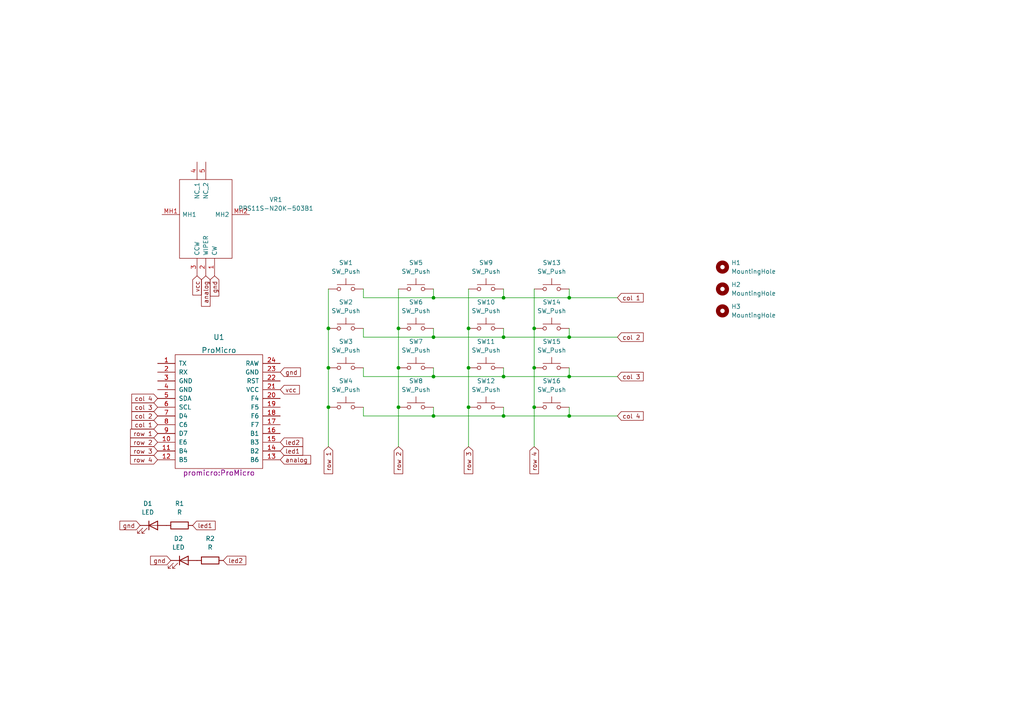
<source format=kicad_sch>
(kicad_sch (version 20211123) (generator eeschema)
  (paper "A4")
  (lib_symbols
    (symbol "Device:LED" (pin_numbers hide) (pin_names (offset 1.016) hide)
      (property "Reference" "D" (at 0 2.54 0))
      (property "Value" "LED" (at 0 -2.54 0))
      (symbol "LED_0_1"
        (polyline (pts (xy -1.27 -1.27) (xy -1.27 1.27)) (stroke (width 0.254)))
        (polyline (pts (xy -1.27 0) (xy 1.27 0)))
        (polyline (pts (xy 1.27 -1.27) (xy 1.27 1.27) (xy -1.27 0) (xy 1.27 -1.27)) (stroke (width 0.254)))
        (polyline (pts (xy -3.048 -0.762) (xy -4.572 -2.286) (xy -3.81 -2.286) (xy -4.572 -2.286) (xy -4.572 -1.524)))
        (polyline (pts (xy -1.778 -0.762) (xy -3.302 -2.286) (xy -2.54 -2.286) (xy -3.302 -2.286) (xy -3.302 -1.524)))
      )
      (symbol "LED_1_1"
        (pin passive line (at -3.81 0 0) (length 2.54) (name "K") (number "1"))
        (pin passive line (at 3.81 0 180) (length 2.54) (name "A") (number "2"))
      )
    )
    (symbol "Device:R" (pin_numbers hide) (pin_names (offset 0))
      (property "Reference" "R" (at 2.032 0 90))
      (property "Value" "R" (at 0 0 90))
      (symbol "R_0_1"
        (rectangle (start -1.016 -2.54) (end 1.016 2.54) (stroke (width 0.254)))
      )
      (symbol "R_1_1"
        (pin passive line (at 0 3.81 270) (length 1.27) (name "~") (number "1"))
        (pin passive line (at 0 -3.81 90) (length 1.27) (name "~") (number "2"))
      )
    )
    (symbol "Mechanical:MountingHole" (pin_names (offset 1.016))
      (property "Reference" "H" (at 0 5.08 0))
      (property "Value" "MountingHole" (at 0 3.175 0))
      (symbol "MountingHole_0_1"
        (circle (center 0 0) (radius 1.27) (stroke (width 1.27)))
      )
    )
    (symbol "Switch:SW_Push" (pin_numbers hide) (pin_names (offset 1.016) hide)
      (property "Reference" "SW" (at 1.27 2.54 0))
      (property "Value" "SW_Push" (at 0 -1.524 0))
      (symbol "SW_Push_0_1"
        (circle (center -2.032 0) (radius 0.508))
        (polyline (pts (xy 0 1.27) (xy 0 3.048)))
        (polyline (pts (xy 2.54 1.27) (xy -2.54 1.27)))
        (circle (center 2.032 0) (radius 0.508))
        (pin passive line (at -5.08 0 0) (length 2.54) (name "1") (number "1"))
        (pin passive line (at 5.08 0 180) (length 2.54) (name "2") (number "2"))
      )
    )
    (symbol "pot 10k:PRS11S-N20K-503B1" (pin_names (offset 0.762))
      (property "Reference" "VR" (at 21.59 15.24 0))
      (property "Value" "PRS11S-N20K-503B1" (at 21.59 12.7 0))
      (symbol "PRS11S-N20K-503B1_0_0"
        (pin passive line (at 15.24 -17.78 90) (length 5.08) (name "CW") (number "1"))
        (pin passive line (at 12.7 -17.78 90) (length 5.08) (name "WIPER") (number "2"))
        (pin passive line (at 10.16 -17.78 90) (length 5.08) (name "CCW") (number "3"))
        (pin passive line (at 10.16 15.24 270) (length 5.08) (name "NC_1") (number "4"))
        (pin passive line (at 12.7 15.24 270) (length 5.08) (name "NC_2") (number "5"))
        (pin passive line (at 0 0 0) (length 5.08) (name "MH1") (number "MH1"))
        (pin passive line (at 25.4 0 180) (length 5.08) (name "MH2") (number "MH2"))
      )
      (symbol "PRS11S-N20K-503B1_0_1"
        (polyline (pts (xy 5.08 10.16) (xy 20.32 10.16) (xy 20.32 -12.7) (xy 5.08 -12.7) (xy 5.08 10.16)) (stroke (width 0.1524)))
      )
    )
    (symbol "promicro:ProMicro" (pin_names (offset 1.016))
      (property "Reference" "U" (at 0 24.13 0))
      (property "Value" "ProMicro" (at 0 -13.97 0))
      (symbol "ProMicro_0_1"
        (rectangle (start -12.7 21.59) (end 12.7 -11.43))
      )
      (symbol "ProMicro_1_1"
        (pin bidirectional line (at -17.78 19.05 0) (length 5.08) (name "TX") (number "1"))
        (pin bidirectional line (at -17.78 -3.81 0) (length 5.08) (name "E6") (number "10"))
        (pin bidirectional line (at -17.78 -6.35 0) (length 5.08) (name "B4") (number "11"))
        (pin bidirectional line (at -17.78 -8.89 0) (length 5.08) (name "B5") (number "12"))
        (pin bidirectional line (at 17.78 -8.89 180) (length 5.08) (name "B6") (number "13"))
        (pin bidirectional line (at 17.78 -6.35 180) (length 5.08) (name "B2") (number "14"))
        (pin bidirectional line (at 17.78 -3.81 180) (length 5.08) (name "B3") (number "15"))
        (pin bidirectional line (at 17.78 -1.27 180) (length 5.08) (name "B1") (number "16"))
        (pin bidirectional line (at 17.78 1.27 180) (length 5.08) (name "F7") (number "17"))
        (pin bidirectional line (at 17.78 3.81 180) (length 5.08) (name "F6") (number "18"))
        (pin bidirectional line (at 17.78 6.35 180) (length 5.08) (name "F5") (number "19"))
        (pin bidirectional line (at -17.78 16.51 0) (length 5.08) (name "RX") (number "2"))
        (pin bidirectional line (at 17.78 8.89 180) (length 5.08) (name "F4") (number "20"))
        (pin power_in line (at 17.78 11.43 180) (length 5.08) (name "VCC") (number "21"))
        (pin input line (at 17.78 13.97 180) (length 5.08) (name "RST") (number "22"))
        (pin power_in line (at 17.78 16.51 180) (length 5.08) (name "GND") (number "23"))
        (pin power_out line (at 17.78 19.05 180) (length 5.08) (name "RAW") (number "24"))
        (pin power_in line (at -17.78 13.97 0) (length 5.08) (name "GND") (number "3"))
        (pin power_in line (at -17.78 11.43 0) (length 5.08) (name "GND") (number "4"))
        (pin bidirectional line (at -17.78 8.89 0) (length 5.08) (name "SDA") (number "5"))
        (pin bidirectional line (at -17.78 6.35 0) (length 5.08) (name "SCL") (number "6"))
        (pin bidirectional line (at -17.78 3.81 0) (length 5.08) (name "D4") (number "7"))
        (pin bidirectional line (at -17.78 1.27 0) (length 5.08) (name "C6") (number "8"))
        (pin bidirectional line (at -17.78 -1.27 0) (length 5.08) (name "D7") (number "9"))
      )
    )
  )
  (junction (at 125.73 86.36))
  (junction (at 146.05 86.36))
  (junction (at 115.57 95.25))
  (junction (at 165.1 86.36))
  (junction (at 95.25 118.11))
  (junction (at 135.89 95.25))
  (junction (at 146.05 97.79))
  (junction (at 115.57 118.11))
  (junction (at 146.05 109.22))
  (junction (at 154.94 95.25))
  (junction (at 95.25 106.68))
  (junction (at 125.73 97.79))
  (junction (at 135.89 106.68))
  (junction (at 95.25 95.25))
  (junction (at 165.1 97.79))
  (junction (at 165.1 109.22))
  (junction (at 146.05 120.65))
  (junction (at 165.1 120.65))
  (junction (at 125.73 120.65))
  (junction (at 115.57 106.68))
  (junction (at 135.89 118.11))
  (junction (at 154.94 106.68))
  (junction (at 154.94 118.11))
  (junction (at 125.73 109.22))
  (wire (pts (xy 135.89 106.68) (xy 135.89 118.11)))
  (wire (pts (xy 135.89 95.25) (xy 135.89 106.68)))
  (wire (pts (xy 146.05 97.79) (xy 165.1 97.79)))
  (wire (pts (xy 115.57 95.25) (xy 115.57 106.68)))
  (wire (pts (xy 165.1 83.82) (xy 165.1 86.36)))
  (wire (pts (xy 125.73 97.79) (xy 125.73 95.25)))
  (wire (pts (xy 165.1 86.36) (xy 179.07 86.36)))
  (wire (pts (xy 146.05 109.22) (xy 165.1 109.22)))
  (wire (pts (xy 154.94 83.82) (xy 154.94 95.25)))
  (wire (pts (xy 165.1 97.79) (xy 179.07 97.79)))
  (wire (pts (xy 105.41 97.79) (xy 125.73 97.79)))
  (wire (pts (xy 115.57 106.68) (xy 115.57 118.11)))
  (wire (pts (xy 146.05 86.36) (xy 165.1 86.36)))
  (wire (pts (xy 115.57 118.11) (xy 115.57 129.54)))
  (wire (pts (xy 95.25 83.82) (xy 95.25 95.25)))
  (wire (pts (xy 146.05 120.65) (xy 165.1 120.65)))
  (wire (pts (xy 95.25 118.11) (xy 95.25 129.54)))
  (wire (pts (xy 165.1 120.65) (xy 179.07 120.65)))
  (wire (pts (xy 165.1 109.22) (xy 179.07 109.22)))
  (wire (pts (xy 154.94 95.25) (xy 154.94 106.68)))
  (wire (pts (xy 105.41 120.65) (xy 125.73 120.65)))
  (wire (pts (xy 125.73 120.65) (xy 125.73 118.11)))
  (wire (pts (xy 146.05 95.25) (xy 146.05 97.79)))
  (wire (pts (xy 105.41 95.25) (xy 105.41 97.79)))
  (wire (pts (xy 125.73 120.65) (xy 146.05 120.65)))
  (wire (pts (xy 165.1 118.11) (xy 165.1 120.65)))
  (wire (pts (xy 135.89 118.11) (xy 135.89 129.54)))
  (wire (pts (xy 154.94 118.11) (xy 154.94 129.54)))
  (wire (pts (xy 105.41 86.36) (xy 125.73 86.36)))
  (wire (pts (xy 105.41 106.68) (xy 105.41 109.22)))
  (wire (pts (xy 125.73 86.36) (xy 125.73 83.82)))
  (wire (pts (xy 125.73 86.36) (xy 146.05 86.36)))
  (wire (pts (xy 125.73 109.22) (xy 146.05 109.22)))
  (wire (pts (xy 146.05 83.82) (xy 146.05 86.36)))
  (wire (pts (xy 146.05 118.11) (xy 146.05 120.65)))
  (wire (pts (xy 105.41 83.82) (xy 105.41 86.36)))
  (wire (pts (xy 165.1 106.68) (xy 165.1 109.22)))
  (wire (pts (xy 165.1 95.25) (xy 165.1 97.79)))
  (wire (pts (xy 125.73 109.22) (xy 125.73 106.68)))
  (wire (pts (xy 146.05 106.68) (xy 146.05 109.22)))
  (wire (pts (xy 125.73 97.79) (xy 146.05 97.79)))
  (wire (pts (xy 154.94 106.68) (xy 154.94 118.11)))
  (wire (pts (xy 105.41 109.22) (xy 125.73 109.22)))
  (wire (pts (xy 115.57 83.82) (xy 115.57 95.25)))
  (wire (pts (xy 95.25 95.25) (xy 95.25 106.68)))
  (wire (pts (xy 135.89 83.82) (xy 135.89 95.25)))
  (wire (pts (xy 105.41 118.11) (xy 105.41 120.65)))
  (wire (pts (xy 95.25 106.68) (xy 95.25 118.11)))
  (global_label "row 4" (shape input) (at 45.72 133.35 180) (property "Intersheet References" "${INTERSHEET_REFS}" (effects hide)))
  (global_label "gnd" (shape input) (at 81.28 107.95 0) (property "Intersheet References" "${INTERSHEET_REFS}" (effects hide)))
  (global_label "vcc" (shape input) (at 81.28 113.03 0) (property "Intersheet References" "${INTERSHEET_REFS}" (effects hide)))
  (global_label "col 2" (shape input) (at 179.07 97.79 0) (property "Intersheet References" "${INTERSHEET_REFS}" (effects hide)))
  (global_label "row 2" (shape input) (at 45.72 128.27 180) (property "Intersheet References" "${INTERSHEET_REFS}" (effects hide)))
  (global_label "col 3" (shape input) (at 179.07 109.22 0) (property "Intersheet References" "${INTERSHEET_REFS}" (effects hide)))
  (global_label "row 3" (shape input) (at 135.89 129.54 270) (property "Intersheet References" "${INTERSHEET_REFS}" (effects hide)))
  (global_label "col 3" (shape input) (at 45.72 118.11 180) (property "Intersheet References" "${INTERSHEET_REFS}" (effects hide)))
  (global_label "row 1" (shape input) (at 45.72 125.73 180) (property "Intersheet References" "${INTERSHEET_REFS}" (effects hide)))
  (global_label "led1" (shape input) (at 55.88 152.4 0) (property "Intersheet References" "${INTERSHEET_REFS}" (effects hide)))
  (global_label "col 4" (shape input) (at 179.07 120.65 0) (property "Intersheet References" "${INTERSHEET_REFS}" (effects hide)))
  (global_label "led2" (shape input) (at 81.28 128.27 0) (property "Intersheet References" "${INTERSHEET_REFS}" (effects hide)))
  (global_label "col 2" (shape input) (at 45.72 120.65 180) (property "Intersheet References" "${INTERSHEET_REFS}" (effects hide)))
  (global_label "vcc" (shape input) (at 57.15 80.01 270) (property "Intersheet References" "${INTERSHEET_REFS}" (effects hide)))
  (global_label "led1" (shape input) (at 81.28 130.81 0) (property "Intersheet References" "${INTERSHEET_REFS}" (effects hide)))
  (global_label "gnd" (shape input) (at 62.23 80.01 270) (property "Intersheet References" "${INTERSHEET_REFS}" (effects hide)))
  (global_label "row 3" (shape input) (at 45.72 130.81 180) (property "Intersheet References" "${INTERSHEET_REFS}" (effects hide)))
  (global_label "col 4" (shape input) (at 45.72 115.57 180) (property "Intersheet References" "${INTERSHEET_REFS}" (effects hide)))
  (global_label "analog" (shape input) (at 81.28 133.35 0) (property "Intersheet References" "${INTERSHEET_REFS}" (effects hide)))
  (global_label "row 1" (shape input) (at 95.25 129.54 270) (property "Intersheet References" "${INTERSHEET_REFS}" (effects hide)))
  (global_label "col 1" (shape input) (at 45.72 123.19 180) (property "Intersheet References" "${INTERSHEET_REFS}" (effects hide)))
  (global_label "col 1" (shape input) (at 179.07 86.36 0) (property "Intersheet References" "${INTERSHEET_REFS}" (effects hide)))
  (global_label "row 2" (shape input) (at 115.57 129.54 270) (property "Intersheet References" "${INTERSHEET_REFS}" (effects hide)))
  (global_label "led2" (shape input) (at 64.77 162.56 0) (property "Intersheet References" "${INTERSHEET_REFS}" (effects hide)))
  (global_label "gnd" (shape input) (at 49.53 162.56 180) (property "Intersheet References" "${INTERSHEET_REFS}" (effects hide)))
  (global_label "gnd" (shape input) (at 40.64 152.4 180) (property "Intersheet References" "${INTERSHEET_REFS}" (effects hide)))
  (global_label "row 4" (shape input) (at 154.94 129.54 270) (property "Intersheet References" "${INTERSHEET_REFS}" (effects hide)))
  (global_label "analog" (shape input) (at 59.69 80.01 270) (property "Intersheet References" "${INTERSHEET_REFS}" (effects hide)))
  (symbol (lib_id "Switch:SW_Push") (at 120.65 83.82 0) (unit 1)
    (property "Reference" "SW5" (at 120.65 76.2 0))
    (property "Value" "SW_Push" (at 120.65 78.74 0))
    (property "Footprint" "Button_Switch_Keyboard:SW_Cherry_MX_1.00u_PCB" (effects hide))
  )
  (symbol (lib_id "Switch:SW_Push") (at 140.97 106.68 0) (unit 1)
    (property "Reference" "SW11" (at 140.97 99.06 0))
    (property "Value" "SW_Push" (at 140.97 101.6 0))
    (property "Footprint" "Button_Switch_Keyboard:SW_Cherry_MX_1.00u_PCB" (effects hide))
  )
  (symbol (lib_id "Device:LED") (at 53.34 162.56 0) (unit 1)
    (property "Reference" "D2" (at 51.7525 156.21 0))
    (property "Value" "LED" (at 51.7525 158.75 0))
    (property "Footprint" "LED_SMD:LED_0805_2012Metric_Pad1.15x1.40mm_HandSolder" (effects hide))
  )
  (symbol (lib_id "Switch:SW_Push") (at 160.02 118.11 0) (unit 1)
    (property "Reference" "SW16" (at 160.02 110.49 0))
    (property "Value" "SW_Push" (at 160.02 113.03 0))
    (property "Footprint" "Button_Switch_Keyboard:SW_Cherry_MX_1.00u_PCB" (effects hide))
  )
  (symbol (lib_id "Device:R") (at 52.07 152.4 90) (unit 1)
    (property "Reference" "R1" (at 52.07 146.05 90))
    (property "Value" "R" (at 52.07 148.59 90))
    (property "Footprint" "Resistor_SMD:R_0805_2012Metric_Pad1.20x1.40mm_HandSolder" (effects hide))
  )
  (symbol (lib_id "pot 10k:PRS11S-N20K-503B1") (at 46.99 62.23 0) (unit 1)
    (property "Reference" "VR1" (at 80.01 57.8993 0))
    (property "Value" "PRS11S-N20K-503B1" (at 80.01 60.4393 0))
    (property "Footprint" "PRS11SN20K503B1" (effects hide))
    (property "Datasheet" "https://datasheet.datasheetarchive.com/originals/distributors/Datasheets-DGA18/377764.pdf" (effects hide))
    (property "Description" "Res Carbon Film POT 50K Ohm 20% 0.05W(1/20W) 1(Elec)/1(Mech)Turn 6mm (11.7 X 18.5 X 21.4mm) Gull Wing SMD Tube" (effects hide))
    (property "Height" "20" (effects hide))
    (property "Manufacturer_Name" "Bourns" (effects hide))
    (property "Manufacturer_Part_Number" "PRS11S-N20K-503B1" (effects hide))
    (property "Mouser Part Number" "652-PRS11SN20K503B1" (effects hide))
    (property "Mouser Price/Stock" "https://www.mouser.co.uk/ProductDetail/Bourns/PRS11S-N20K-503B1?qs=oyIm%2F3giSj7e0w1FE%2Fm4iA%3D%3D" (effects hide))
    (property "Arrow Part Number" "PRS11S-N20K-503B1" (effects hide))
    (property "Arrow Price/Stock" "https://www.arrow.com/en/products/prs11s-n20k-503b1/bourns" (effects hide))
  )
  (symbol (lib_id "Switch:SW_Push") (at 160.02 106.68 0) (unit 1)
    (property "Reference" "SW15" (at 160.02 99.06 0))
    (property "Value" "SW_Push" (at 160.02 101.6 0))
    (property "Footprint" "Button_Switch_Keyboard:SW_Cherry_MX_1.00u_PCB" (effects hide))
  )
  (symbol (lib_id "Switch:SW_Push") (at 120.65 95.25 0) (unit 1)
    (property "Reference" "SW6" (at 120.65 87.63 0))
    (property "Value" "SW_Push" (at 120.65 90.17 0))
    (property "Footprint" "Button_Switch_Keyboard:SW_Cherry_MX_1.00u_PCB" (effects hide))
  )
  (symbol (lib_id "Switch:SW_Push") (at 140.97 83.82 0) (unit 1)
    (property "Reference" "SW9" (at 140.97 76.2 0))
    (property "Value" "SW_Push" (at 140.97 78.74 0))
    (property "Footprint" "Button_Switch_Keyboard:SW_Cherry_MX_1.00u_PCB" (effects hide))
  )
  (symbol (lib_id "Switch:SW_Push") (at 100.33 118.11 0) (unit 1)
    (property "Reference" "SW4" (at 100.33 110.49 0))
    (property "Value" "SW_Push" (at 100.33 113.03 0))
    (property "Footprint" "Button_Switch_Keyboard:SW_Cherry_MX_1.00u_PCB" (effects hide))
  )
  (symbol (lib_id "Mechanical:MountingHole") (at 209.55 77.47 0) (unit 1)
    (property "Reference" "H1" (at 212.09 76.1999 0) (effects (justify left)))
    (property "Value" "MountingHole" (at 212.09 78.7399 0) (effects (justify left)))
    (property "Footprint" "MountingHole:MountingHole_2.7mm" (effects hide))
  )
  (symbol (lib_id "Device:LED") (at 44.45 152.4 0) (unit 1)
    (property "Reference" "D1" (at 42.8625 146.05 0))
    (property "Value" "LED" (at 42.8625 148.59 0))
    (property "Footprint" "LED_SMD:LED_0805_2012Metric_Pad1.15x1.40mm_HandSolder" (effects hide))
  )
  (symbol (lib_id "Switch:SW_Push") (at 120.65 118.11 0) (unit 1)
    (property "Reference" "SW8" (at 120.65 110.49 0))
    (property "Value" "SW_Push" (at 120.65 113.03 0))
    (property "Footprint" "Button_Switch_Keyboard:SW_Cherry_MX_1.00u_PCB" (effects hide))
  )
  (symbol (lib_id "Switch:SW_Push") (at 140.97 95.25 0) (unit 1)
    (property "Reference" "SW10" (at 140.97 87.63 0))
    (property "Value" "SW_Push" (at 140.97 90.17 0))
    (property "Footprint" "Button_Switch_Keyboard:SW_Cherry_MX_1.00u_PCB" (effects hide))
  )
  (symbol (lib_id "Switch:SW_Push") (at 120.65 106.68 0) (unit 1)
    (property "Reference" "SW7" (at 120.65 99.06 0))
    (property "Value" "SW_Push" (at 120.65 101.6 0))
    (property "Footprint" "Button_Switch_Keyboard:SW_Cherry_MX_1.00u_PCB" (effects hide))
  )
  (symbol (lib_id "Switch:SW_Push") (at 160.02 83.82 0) (unit 1)
    (property "Reference" "SW13" (at 160.02 76.2 0))
    (property "Value" "SW_Push" (at 160.02 78.74 0))
    (property "Footprint" "Button_Switch_Keyboard:SW_Cherry_MX_1.00u_PCB" (effects hide))
  )
  (symbol (lib_id "Switch:SW_Push") (at 100.33 95.25 0) (unit 1)
    (property "Reference" "SW2" (at 100.33 87.63 0))
    (property "Value" "SW_Push" (at 100.33 90.17 0))
    (property "Footprint" "Button_Switch_Keyboard:SW_Cherry_MX_1.00u_PCB" (effects hide))
  )
  (symbol (lib_id "Mechanical:MountingHole") (at 209.55 83.82 0) (unit 1)
    (property "Reference" "H2" (at 212.09 82.5499 0) (effects (justify left)))
    (property "Value" "MountingHole" (at 212.09 85.0899 0) (effects (justify left)))
    (property "Footprint" "MountingHole:MountingHole_2.7mm" (effects hide))
  )
  (symbol (lib_id "promicro:ProMicro") (at 63.5 124.46 0) (unit 1)
    (property "Reference" "U1" (at 63.5 97.79 0) (effects (font (size 1.524 1.524))))
    (property "Value" "ProMicro" (at 63.5 101.6 0) (effects (font (size 1.524 1.524))))
    (property "Footprint" "promicro:ProMicro" (at 63.5 137.16 0) (effects (font (size 1.524 1.524))))
  )
  (symbol (lib_id "Switch:SW_Push") (at 100.33 83.82 0) (unit 1)
    (property "Reference" "SW1" (at 100.33 76.2 0))
    (property "Value" "SW_Push" (at 100.33 78.74 0))
    (property "Footprint" "Button_Switch_Keyboard:SW_Cherry_MX_1.00u_PCB" (effects hide))
  )
  (symbol (lib_id "Switch:SW_Push") (at 160.02 95.25 0) (unit 1)
    (property "Reference" "SW14" (at 160.02 87.63 0))
    (property "Value" "SW_Push" (at 160.02 90.17 0))
    (property "Footprint" "Button_Switch_Keyboard:SW_Cherry_MX_1.00u_PCB" (effects hide))
  )
  (symbol (lib_id "Device:R") (at 60.96 162.56 90) (unit 1)
    (property "Reference" "R2" (at 60.96 156.21 90))
    (property "Value" "R" (at 60.96 158.75 90))
    (property "Footprint" "Resistor_SMD:R_0805_2012Metric_Pad1.20x1.40mm_HandSolder" (effects hide))
  )
  (symbol (lib_id "Switch:SW_Push") (at 100.33 106.68 0) (unit 1)
    (property "Reference" "SW3" (at 100.33 99.06 0))
    (property "Value" "SW_Push" (at 100.33 101.6 0))
    (property "Footprint" "Button_Switch_Keyboard:SW_Cherry_MX_1.00u_PCB" (effects hide))
  )
  (symbol (lib_id "Mechanical:MountingHole") (at 209.55 90.17 0) (unit 1)
    (property "Reference" "H3" (at 212.09 88.8999 0) (effects (justify left)))
    (property "Value" "MountingHole" (at 212.09 91.4399 0) (effects (justify left)))
    (property "Footprint" "MountingHole:MountingHole_2.7mm" (effects hide))
  )
  (symbol (lib_id "Switch:SW_Push") (at 140.97 118.11 0) (unit 1)
    (property "Reference" "SW12" (at 140.97 110.49 0))
    (property "Value" "SW_Push" (at 140.97 113.03 0))
    (property "Footprint" "Button_Switch_Keyboard:SW_Cherry_MX_1.00u_PCB" (effects hide))
  )
)
</source>
